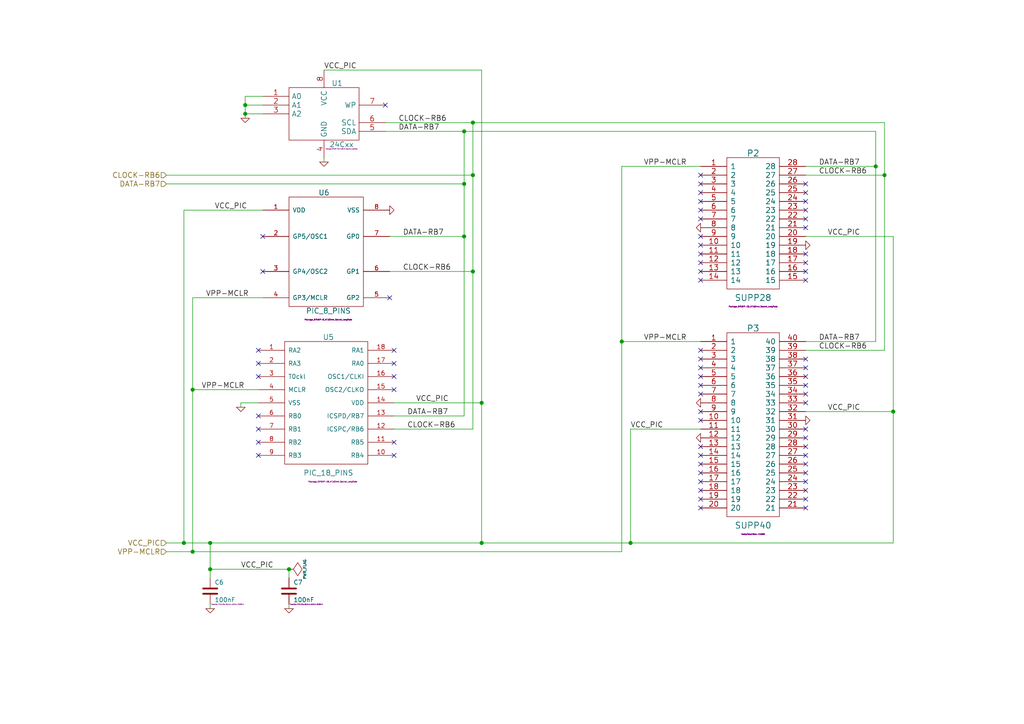
<source format=kicad_sch>
(kicad_sch (version 20210126) (generator eeschema)
  (paper "A4")
  (title_block (title "JDM - COM84 PIC Programmer with 13V DC/DC converter") (date "Sun 22 Mar 2015") (rev "3") (company "KiCad"))
  (lib_symbols
    (symbol "pic_programmer_schlib:24C16" (pin_names (offset 0.762))
      (property "Reference" "U" (at 3.81 8.89 0))
      (property "Value" "24C16" (at 5.08 -8.89 0))
      (symbol "24C16_0_0"
        (pin power_in line (at 0 -12.7 90) (length 5.08) (name "GND") (number "4"))
        (pin power_in line (at 0 12.7 270) (length 5.08) (name "VCC") (number "8"))
      )
      (symbol "24C16_1_1"
        (rectangle (start -10.16 -7.62) (end 10.16 7.62))
        (pin input line (at -17.78 5.08 0) (length 7.62) (name "A0") (number "1"))
        (pin input line (at -17.78 2.54 0) (length 7.62) (name "A1") (number "2"))
        (pin input line (at -17.78 0 0) (length 7.62) (name "A2") (number "3"))
        (pin bidirectional line (at 17.78 -5.08 180) (length 7.62) (name "SDA") (number "5"))
        (pin input line (at 17.78 -2.54 180) (length 7.62) (name "SCL") (number "6"))
        (pin input line (at 17.78 2.54 180) (length 7.62) (name "WP") (number "7"))
      )
    )
    (symbol "pic_programmer_schlib:C" (pin_numbers hide) (pin_names (offset 0.254))
      (property "Reference" "C" (at 0.635 2.54 0))
      (property "Value" "C" (at 0.635 -2.54 0))
      (symbol "C_0_1"
        (polyline (pts (xy -2.032 -0.762) (xy 2.032 -0.762)) (stroke (width 0.508)))
        (polyline (pts (xy -2.032 0.762) (xy 2.032 0.762)) (stroke (width 0.508)))
      )
      (symbol "C_1_1"
        (pin passive line (at 0 3.81 270) (length 2.794) (name "~") (number "1"))
        (pin passive line (at 0 -3.81 90) (length 2.794) (name "~") (number "2"))
      )
    )
    (symbol "pic_programmer_schlib:GND" (power) (pin_names (offset 0))
      (symbol "GND_0_1"
        (polyline (pts (xy -1.27 0) (xy 0 -1.27) (xy 1.27 0) (xy -1.27 0)))
      )
      (symbol "GND_1_1"
        (pin power_in line (at 0 0 90) (length 0) hide (name "GND") (number "1"))
      )
    )
    (symbol "pic_programmer_schlib:PIC12C508A" (pin_names (offset 1.016))
      (property "Reference" "U" (at 0 17.78 0))
      (property "Value" "PIC12C508A" (at 0 -16.51 0))
      (symbol "PIC12C508A_0_1"
        (rectangle (start 10.16 -15.24) (end -11.43 16.51))
      )
      (symbol "PIC12C508A_1_1"
        (pin power_in line (at -19.05 12.7 0) (length 7.62) (name "VDD") (number "1"))
        (pin input line (at -19.05 5.08 0) (length 7.62) (name "GP5/OSC1") (number "2"))
        (pin input line (at -19.05 -5.08 0) (length 7.62) (name "GP4/OSC2") (number "3"))
        (pin input line (at -19.05 -12.7 0) (length 7.62) (name "GP3/MCLR") (number "4"))
        (pin input line (at 17.78 -12.7 180) (length 7.62) (name "GP2") (number "5"))
        (pin input line (at 17.78 -5.08 180) (length 7.62) (name "GP1") (number "6"))
        (pin input line (at 17.78 5.08 180) (length 7.62) (name "GP0") (number "7"))
        (pin power_in line (at 17.78 12.7 180) (length 7.62) (name "VSS") (number "8"))
      )
      (symbol "PIC12C508A_1_2"
        (pin power_in line (at -19.05 12.7 0) (length 7.62) (name "VDD") (number "1"))
        (pin input line (at -19.05 5.08 0) (length 7.62) (name "GP5/OSC1") (number "2"))
        (pin input line (at -19.05 -5.08 0) (length 7.62) (name "GP4/OSC2") (number "3"))
        (pin input line (at -19.05 -12.7 0) (length 7.62) (name "GP3/MCLR") (number "4"))
        (pin input line (at 17.78 -12.7 180) (length 7.62) (name "GP2") (number "5"))
        (pin input line (at 17.78 -5.08 180) (length 7.62) (name "GP1") (number "6"))
        (pin input line (at 17.78 5.08 180) (length 7.62) (name "GP0") (number "7"))
        (pin power_in line (at 17.78 12.7 180) (length 7.62) (name "VSS") (number "8"))
      )
    )
    (symbol "pic_programmer_schlib:PIC16F54" (pin_names (offset 1.016))
      (property "Reference" "U?" (at 0 -19.05 0))
      (property "Value" "PIC16F54" (at 0 20.32 0))
      (symbol "PIC16F54_0_1"
        (rectangle (start -12.7 17.78) (end 11.43 -17.78))
      )
      (symbol "PIC16F54_1_1"
        (pin bidirectional line (at -20.32 15.24 0) (length 7.62) (name "RA2") (number "1"))
        (pin bidirectional line (at 19.05 -15.24 180) (length 7.62) (name "RB4") (number "10"))
        (pin bidirectional line (at 19.05 -11.43 180) (length 7.62) (name "RB5") (number "11"))
        (pin bidirectional line (at 19.05 -7.62 180) (length 7.62) (name "ICSPC/RB6") (number "12"))
        (pin bidirectional line (at 19.05 -3.81 180) (length 7.62) (name "ICSPD/RB7") (number "13"))
        (pin power_in line (at 19.05 0 180) (length 7.62) (name "VDD") (number "14"))
        (pin output line (at 19.05 3.81 180) (length 7.62) (name "OSC2/CLKO") (number "15"))
        (pin input line (at 19.05 7.62 180) (length 7.62) (name "OSC1/CLKI") (number "16"))
        (pin bidirectional line (at 19.05 11.43 180) (length 7.62) (name "RA0") (number "17"))
        (pin bidirectional line (at 19.05 15.24 180) (length 7.62) (name "RA1") (number "18"))
        (pin bidirectional line (at -20.32 11.43 0) (length 7.62) (name "RA3") (number "2"))
        (pin output line (at -20.32 7.62 0) (length 7.62) (name "T0ckl") (number "3"))
        (pin input line (at -20.32 3.81 0) (length 7.62) (name "MCLR") (number "4"))
        (pin power_in line (at -20.32 0 0) (length 7.62) (name "VSS") (number "5"))
        (pin bidirectional line (at -20.32 -3.81 0) (length 7.62) (name "RB0") (number "6"))
        (pin bidirectional line (at -20.32 -7.62 0) (length 7.62) (name "RB1") (number "7"))
        (pin bidirectional line (at -20.32 -11.43 0) (length 7.62) (name "RB2") (number "8"))
        (pin bidirectional line (at -20.32 -15.24 0) (length 7.62) (name "RB3") (number "9"))
      )
      (symbol "PIC16F54_1_2"
        (pin bidirectional line (at -20.32 15.24 0) (length 7.62) (name "RA2") (number "1"))
        (pin bidirectional line (at 19.05 -15.24 180) (length 7.62) (name "RB4") (number "10"))
        (pin bidirectional line (at 19.05 -11.43 180) (length 7.62) (name "RB5") (number "11"))
        (pin bidirectional line (at 19.05 -7.62 180) (length 7.62) (name "ICSPC/RB6") (number "12"))
        (pin bidirectional line (at 19.05 -3.81 180) (length 7.62) (name "ICSPD/RB7") (number "13"))
        (pin power_in line (at 19.05 0 180) (length 7.62) (name "VDD") (number "14"))
        (pin output line (at 19.05 3.81 180) (length 7.62) (name "OSC2/CLKO") (number "15"))
        (pin input line (at 19.05 7.62 180) (length 7.62) (name "OSC1/CLKI") (number "16"))
        (pin bidirectional line (at 19.05 11.43 180) (length 7.62) (name "RA0") (number "17"))
        (pin bidirectional line (at 19.05 15.24 180) (length 7.62) (name "RA1") (number "18"))
        (pin bidirectional line (at -20.32 11.43 0) (length 7.62) (name "RA3") (number "2"))
        (pin output line (at -20.32 7.62 0) (length 7.62) (name "T0ckl") (number "3"))
        (pin input line (at -20.32 3.81 0) (length 7.62) (name "MCLR") (number "4"))
        (pin power_in line (at -20.32 0 0) (length 7.62) (name "VSS") (number "5"))
        (pin bidirectional line (at -20.32 -3.81 0) (length 7.62) (name "RB0") (number "6"))
        (pin bidirectional line (at -20.32 -7.62 0) (length 7.62) (name "RB1") (number "7"))
        (pin bidirectional line (at -20.32 -11.43 0) (length 7.62) (name "RB2") (number "8"))
        (pin bidirectional line (at -20.32 -15.24 0) (length 7.62) (name "RB3") (number "9"))
      )
    )
    (symbol "pic_programmer_schlib:PWR_FLAG" (power) (pin_numbers hide) (pin_names (offset 0) hide)
      (property "Value" "PWR_FLAG" (at 0 4.572 0))
      (symbol "PWR_FLAG_0_0"
        (pin power_out line (at 0 0 90) (length 0) (name "pwr") (number "1"))
      )
      (symbol "PWR_FLAG_0_1"
        (polyline (pts (xy 0 0) (xy 0 1.27) (xy -1.905 2.54) (xy 0 3.81) (xy 1.905 2.54) (xy 0 1.27)))
      )
    )
    (symbol "pic_programmer_schlib:SUPP28" (pin_names (offset 1.016))
      (property "Reference" "J" (at 0 2.54 0))
      (property "Value" "SUPP28" (at 0 -2.54 0))
      (symbol "SUPP28_0_1"
        (rectangle (start -7.62 -19.05) (end 7.62 19.05))
      )
      (symbol "SUPP28_1_1"
        (pin passive line (at -15.24 16.51 0) (length 7.62) (name "1") (number "1"))
        (pin passive line (at -15.24 -6.35 0) (length 7.62) (name "10") (number "10"))
        (pin passive line (at -15.24 -8.89 0) (length 7.62) (name "11") (number "11"))
        (pin passive line (at -15.24 -11.43 0) (length 7.62) (name "12") (number "12"))
        (pin passive line (at -15.24 -13.97 0) (length 7.62) (name "13") (number "13"))
        (pin passive line (at -15.24 -16.51 0) (length 7.62) (name "14") (number "14"))
        (pin passive line (at 15.24 -16.51 180) (length 7.62) (name "15") (number "15"))
        (pin passive line (at 15.24 -13.97 180) (length 7.62) (name "16") (number "16"))
        (pin passive line (at 15.24 -11.43 180) (length 7.62) (name "17") (number "17"))
        (pin passive line (at 15.24 -8.89 180) (length 7.62) (name "18") (number "18"))
        (pin passive line (at 15.24 -6.35 180) (length 7.62) (name "19") (number "19"))
        (pin passive line (at -15.24 13.97 0) (length 7.62) (name "2") (number "2"))
        (pin passive line (at 15.24 -3.81 180) (length 7.62) (name "20") (number "20"))
        (pin passive line (at 15.24 -1.27 180) (length 7.62) (name "21") (number "21"))
        (pin passive line (at 15.24 1.27 180) (length 7.62) (name "22") (number "22"))
        (pin passive line (at 15.24 3.81 180) (length 7.62) (name "23") (number "23"))
        (pin passive line (at 15.24 6.35 180) (length 7.62) (name "24") (number "24"))
        (pin passive line (at 15.24 8.89 180) (length 7.62) (name "25") (number "25"))
        (pin passive line (at 15.24 11.43 180) (length 7.62) (name "26") (number "26"))
        (pin passive line (at 15.24 13.97 180) (length 7.62) (name "27") (number "27"))
        (pin passive line (at 15.24 16.51 180) (length 7.62) (name "28") (number "28"))
        (pin passive line (at -15.24 11.43 0) (length 7.62) (name "3") (number "3"))
        (pin passive line (at -15.24 8.89 0) (length 7.62) (name "4") (number "4"))
        (pin passive line (at -15.24 6.35 0) (length 7.62) (name "5") (number "5"))
        (pin passive line (at -15.24 3.81 0) (length 7.62) (name "6") (number "6"))
        (pin passive line (at -15.24 1.27 0) (length 7.62) (name "7") (number "7"))
        (pin passive line (at -15.24 -1.27 0) (length 7.62) (name "8") (number "8"))
        (pin passive line (at -15.24 -3.81 0) (length 7.62) (name "9") (number "9"))
      )
    )
    (symbol "pic_programmer_schlib:SUPP40" (pin_names (offset 1.016))
      (property "Reference" "P" (at 0 27.94 0))
      (property "Value" "SUPP40" (at 0 -27.94 0))
      (symbol "SUPP40_0_1"
        (rectangle (start -7.62 -26.67) (end 7.62 26.67))
      )
      (symbol "SUPP40_1_1"
        (pin passive line (at -15.24 24.13 0) (length 7.62) (name "1") (number "1"))
        (pin passive line (at -15.24 1.27 0) (length 7.62) (name "10") (number "10"))
        (pin passive line (at -15.24 -1.27 0) (length 7.62) (name "11") (number "11"))
        (pin passive line (at -15.24 -3.81 0) (length 7.62) (name "12") (number "12"))
        (pin passive line (at -15.24 -6.35 0) (length 7.62) (name "13") (number "13"))
        (pin passive line (at -15.24 -8.89 0) (length 7.62) (name "14") (number "14"))
        (pin passive line (at -15.24 -11.43 0) (length 7.62) (name "15") (number "15"))
        (pin passive line (at -15.24 -13.97 0) (length 7.62) (name "16") (number "16"))
        (pin passive line (at -15.24 -16.51 0) (length 7.62) (name "17") (number "17"))
        (pin passive line (at -15.24 -19.05 0) (length 7.62) (name "18") (number "18"))
        (pin passive line (at -15.24 -21.59 0) (length 7.62) (name "19") (number "19"))
        (pin passive line (at -15.24 21.59 0) (length 7.62) (name "2") (number "2"))
        (pin passive line (at -15.24 -24.13 0) (length 7.62) (name "20") (number "20"))
        (pin passive line (at 15.24 -24.13 180) (length 7.62) (name "21") (number "21"))
        (pin passive line (at 15.24 -21.59 180) (length 7.62) (name "22") (number "22"))
        (pin passive line (at 15.24 -19.05 180) (length 7.62) (name "23") (number "23"))
        (pin passive line (at 15.24 -16.51 180) (length 7.62) (name "24") (number "24"))
        (pin passive line (at 15.24 -13.97 180) (length 7.62) (name "25") (number "25"))
        (pin passive line (at 15.24 -11.43 180) (length 7.62) (name "26") (number "26"))
        (pin passive line (at 15.24 -8.89 180) (length 7.62) (name "27") (number "27"))
        (pin passive line (at 15.24 -6.35 180) (length 7.62) (name "28") (number "28"))
        (pin passive line (at 15.24 -3.81 180) (length 7.62) (name "29") (number "29"))
        (pin passive line (at -15.24 19.05 0) (length 7.62) (name "3") (number "3"))
        (pin passive line (at 15.24 -1.27 180) (length 7.62) (name "30") (number "30"))
        (pin passive line (at 15.24 1.27 180) (length 7.62) (name "31") (number "31"))
        (pin passive line (at 15.24 3.81 180) (length 7.62) (name "32") (number "32"))
        (pin passive line (at 15.24 6.35 180) (length 7.62) (name "33") (number "33"))
        (pin passive line (at 15.24 8.89 180) (length 7.62) (name "34") (number "34"))
        (pin passive line (at 15.24 11.43 180) (length 7.62) (name "35") (number "35"))
        (pin passive line (at 15.24 13.97 180) (length 7.62) (name "36") (number "36"))
        (pin passive line (at 15.24 16.51 180) (length 7.62) (name "37") (number "37"))
        (pin passive line (at 15.24 19.05 180) (length 7.62) (name "38") (number "38"))
        (pin passive line (at 15.24 21.59 180) (length 7.62) (name "39") (number "39"))
        (pin passive line (at -15.24 16.51 0) (length 7.62) (name "4") (number "4"))
        (pin passive line (at 15.24 24.13 180) (length 7.62) (name "40") (number "40"))
        (pin passive line (at -15.24 13.97 0) (length 7.62) (name "5") (number "5"))
        (pin passive line (at -15.24 11.43 0) (length 7.62) (name "6") (number "6"))
        (pin passive line (at -15.24 8.89 0) (length 7.62) (name "7") (number "7"))
        (pin passive line (at -15.24 6.35 0) (length 7.62) (name "8") (number "8"))
        (pin passive line (at -15.24 3.81 0) (length 7.62) (name "9") (number "9"))
      )
    )
  )
  (junction (at 53.34 157.48) (diameter 1.016))
  (junction (at 55.88 113.03) (diameter 1.016))
  (junction (at 55.88 160.02) (diameter 1.016))
  (junction (at 60.96 157.48) (diameter 1.016))
  (junction (at 60.96 165.1) (diameter 1.016))
  (junction (at 71.12 30.48) (diameter 1.016))
  (junction (at 71.12 33.02) (diameter 1.016))
  (junction (at 83.82 165.1) (diameter 1.016))
  (junction (at 134.62 38.1) (diameter 1.016))
  (junction (at 134.62 53.34) (diameter 1.016))
  (junction (at 134.62 68.58) (diameter 1.016))
  (junction (at 137.16 35.56) (diameter 1.016))
  (junction (at 137.16 50.8) (diameter 1.016))
  (junction (at 137.16 78.74) (diameter 1.016))
  (junction (at 139.7 116.84) (diameter 1.016))
  (junction (at 139.7 157.48) (diameter 1.016))
  (junction (at 180.34 99.06) (diameter 1.016))
  (junction (at 182.88 157.48) (diameter 1.016))
  (junction (at 254 48.26) (diameter 1.016))
  (junction (at 256.54 50.8) (diameter 1.016))
  (junction (at 259.08 119.38) (diameter 1.016))
  (no_connect (at 74.93 101.6))
  (no_connect (at 74.93 105.41))
  (no_connect (at 74.93 109.22))
  (no_connect (at 74.93 120.65))
  (no_connect (at 74.93 124.46))
  (no_connect (at 74.93 128.27))
  (no_connect (at 74.93 132.08))
  (no_connect (at 76.2 68.58))
  (no_connect (at 76.2 78.74))
  (no_connect (at 111.76 30.48))
  (no_connect (at 113.03 86.36))
  (no_connect (at 114.3 101.6))
  (no_connect (at 114.3 105.41))
  (no_connect (at 114.3 109.22))
  (no_connect (at 114.3 113.03))
  (no_connect (at 114.3 128.27))
  (no_connect (at 114.3 132.08))
  (no_connect (at 203.2 50.8))
  (no_connect (at 203.2 53.34))
  (no_connect (at 203.2 55.88))
  (no_connect (at 203.2 58.42))
  (no_connect (at 203.2 60.96))
  (no_connect (at 203.2 63.5))
  (no_connect (at 203.2 68.58))
  (no_connect (at 203.2 71.12))
  (no_connect (at 203.2 73.66))
  (no_connect (at 203.2 76.2))
  (no_connect (at 203.2 78.74))
  (no_connect (at 203.2 81.28))
  (no_connect (at 203.2 101.6))
  (no_connect (at 203.2 104.14))
  (no_connect (at 203.2 106.68))
  (no_connect (at 203.2 109.22))
  (no_connect (at 203.2 111.76))
  (no_connect (at 203.2 114.3))
  (no_connect (at 203.2 119.38))
  (no_connect (at 203.2 121.92))
  (no_connect (at 203.2 129.54))
  (no_connect (at 203.2 132.08))
  (no_connect (at 203.2 134.62))
  (no_connect (at 203.2 137.16))
  (no_connect (at 203.2 139.7))
  (no_connect (at 203.2 142.24))
  (no_connect (at 203.2 144.78))
  (no_connect (at 203.2 147.32))
  (no_connect (at 233.68 53.34))
  (no_connect (at 233.68 55.88))
  (no_connect (at 233.68 58.42))
  (no_connect (at 233.68 60.96))
  (no_connect (at 233.68 63.5))
  (no_connect (at 233.68 66.04))
  (no_connect (at 233.68 73.66))
  (no_connect (at 233.68 76.2))
  (no_connect (at 233.68 78.74))
  (no_connect (at 233.68 81.28))
  (no_connect (at 233.68 104.14))
  (no_connect (at 233.68 106.68))
  (no_connect (at 233.68 109.22))
  (no_connect (at 233.68 111.76))
  (no_connect (at 233.68 114.3))
  (no_connect (at 233.68 116.84))
  (no_connect (at 233.68 124.46))
  (no_connect (at 233.68 127))
  (no_connect (at 233.68 129.54))
  (no_connect (at 233.68 132.08))
  (no_connect (at 233.68 134.62))
  (no_connect (at 233.68 137.16))
  (no_connect (at 233.68 139.7))
  (no_connect (at 233.68 142.24))
  (no_connect (at 233.68 144.78))
  (no_connect (at 233.68 147.32))
  (wire (pts (xy 48.26 50.8) (xy 137.16 50.8)))
  (wire (pts (xy 48.26 53.34) (xy 134.62 53.34)))
  (wire (pts (xy 48.26 157.48) (xy 53.34 157.48)))
  (wire (pts (xy 53.34 60.96) (xy 53.34 157.48)))
  (wire (pts (xy 53.34 60.96) (xy 76.2 60.96)))
  (wire (pts (xy 53.34 157.48) (xy 60.96 157.48)))
  (wire (pts (xy 55.88 86.36) (xy 55.88 113.03)))
  (wire (pts (xy 55.88 113.03) (xy 55.88 160.02)))
  (wire (pts (xy 55.88 113.03) (xy 74.93 113.03)))
  (wire (pts (xy 55.88 160.02) (xy 48.26 160.02)))
  (wire (pts (xy 60.96 157.48) (xy 60.96 165.1)))
  (wire (pts (xy 60.96 157.48) (xy 139.7 157.48)))
  (wire (pts (xy 60.96 165.1) (xy 60.96 167.64)))
  (wire (pts (xy 60.96 175.26) (xy 60.96 176.53)))
  (wire (pts (xy 69.85 116.84) (xy 69.85 118.11)))
  (wire (pts (xy 71.12 27.94) (xy 71.12 30.48)))
  (wire (pts (xy 71.12 27.94) (xy 76.2 27.94)))
  (wire (pts (xy 71.12 30.48) (xy 71.12 33.02)))
  (wire (pts (xy 71.12 30.48) (xy 76.2 30.48)))
  (wire (pts (xy 71.12 33.02) (xy 71.12 34.29)))
  (wire (pts (xy 74.93 116.84) (xy 69.85 116.84)))
  (wire (pts (xy 76.2 33.02) (xy 71.12 33.02)))
  (wire (pts (xy 76.2 86.36) (xy 55.88 86.36)))
  (wire (pts (xy 83.82 165.1) (xy 60.96 165.1)))
  (wire (pts (xy 83.82 167.64) (xy 83.82 165.1)))
  (wire (pts (xy 83.82 175.26) (xy 83.82 176.53)))
  (wire (pts (xy 93.98 46.99) (xy 93.98 45.72)))
  (wire (pts (xy 111.76 35.56) (xy 137.16 35.56)))
  (wire (pts (xy 111.76 38.1) (xy 134.62 38.1)))
  (wire (pts (xy 134.62 38.1) (xy 134.62 53.34)))
  (wire (pts (xy 134.62 38.1) (xy 254 38.1)))
  (wire (pts (xy 134.62 53.34) (xy 134.62 68.58)))
  (wire (pts (xy 134.62 68.58) (xy 113.03 68.58)))
  (wire (pts (xy 134.62 68.58) (xy 134.62 120.65)))
  (wire (pts (xy 134.62 120.65) (xy 114.3 120.65)))
  (wire (pts (xy 137.16 35.56) (xy 137.16 50.8)))
  (wire (pts (xy 137.16 35.56) (xy 256.54 35.56)))
  (wire (pts (xy 137.16 50.8) (xy 137.16 78.74)))
  (wire (pts (xy 137.16 78.74) (xy 113.03 78.74)))
  (wire (pts (xy 137.16 78.74) (xy 137.16 124.46)))
  (wire (pts (xy 137.16 124.46) (xy 114.3 124.46)))
  (wire (pts (xy 139.7 20.32) (xy 93.98 20.32)))
  (wire (pts (xy 139.7 116.84) (xy 114.3 116.84)))
  (wire (pts (xy 139.7 116.84) (xy 139.7 20.32)))
  (wire (pts (xy 139.7 157.48) (xy 139.7 116.84)))
  (wire (pts (xy 139.7 157.48) (xy 182.88 157.48)))
  (wire (pts (xy 180.34 48.26) (xy 180.34 99.06)))
  (wire (pts (xy 180.34 48.26) (xy 203.2 48.26)))
  (wire (pts (xy 180.34 99.06) (xy 180.34 160.02)))
  (wire (pts (xy 180.34 99.06) (xy 203.2 99.06)))
  (wire (pts (xy 180.34 160.02) (xy 55.88 160.02)))
  (wire (pts (xy 182.88 124.46) (xy 182.88 157.48)))
  (wire (pts (xy 182.88 157.48) (xy 259.08 157.48)))
  (wire (pts (xy 203.2 124.46) (xy 182.88 124.46)))
  (wire (pts (xy 233.68 48.26) (xy 254 48.26)))
  (wire (pts (xy 233.68 50.8) (xy 256.54 50.8)))
  (wire (pts (xy 254 38.1) (xy 254 48.26)))
  (wire (pts (xy 254 48.26) (xy 254 99.06)))
  (wire (pts (xy 254 99.06) (xy 233.68 99.06)))
  (wire (pts (xy 256.54 35.56) (xy 256.54 50.8)))
  (wire (pts (xy 256.54 50.8) (xy 256.54 101.6)))
  (wire (pts (xy 256.54 101.6) (xy 233.68 101.6)))
  (wire (pts (xy 259.08 68.58) (xy 233.68 68.58)))
  (wire (pts (xy 259.08 119.38) (xy 233.68 119.38)))
  (wire (pts (xy 259.08 119.38) (xy 259.08 68.58)))
  (wire (pts (xy 259.08 157.48) (xy 259.08 119.38)))
  (label "VPP-MCLR" (at 58.42 113.03 0) (effects (font (size 1.524 1.524))))
  (label "VPP-MCLR" (at 59.69 86.36 0) (effects (font (size 1.524 1.524))))
  (label "VCC_PIC" (at 62.23 60.96 0) (effects (font (size 1.524 1.524))))
  (label "VCC_PIC" (at 69.85 165.1 0) (effects (font (size 1.524 1.524))))
  (label "VCC_PIC" (at 93.98 20.32 0) (effects (font (size 1.524 1.524))))
  (label "CLOCK-RB6" (at 115.57 35.56 0) (effects (font (size 1.524 1.524))))
  (label "DATA-RB7" (at 115.57 38.1 0) (effects (font (size 1.524 1.524))))
  (label "DATA-RB7" (at 116.84 68.58 0) (effects (font (size 1.524 1.524))))
  (label "CLOCK-RB6" (at 116.84 78.74 0) (effects (font (size 1.524 1.524))))
  (label "DATA-RB7" (at 118.11 120.65 0) (effects (font (size 1.524 1.524))))
  (label "CLOCK-RB6" (at 118.11 124.46 0) (effects (font (size 1.524 1.524))))
  (label "VCC_PIC" (at 120.65 116.84 0) (effects (font (size 1.524 1.524))))
  (label "VCC_PIC" (at 182.88 124.46 0) (effects (font (size 1.524 1.524))))
  (label "VPP-MCLR" (at 186.69 48.26 0) (effects (font (size 1.524 1.524))))
  (label "VPP-MCLR" (at 186.69 99.06 0) (effects (font (size 1.524 1.524))))
  (label "DATA-RB7" (at 237.49 48.26 0) (effects (font (size 1.524 1.524))))
  (label "CLOCK-RB6" (at 237.49 50.8 0) (effects (font (size 1.524 1.524))))
  (label "DATA-RB7" (at 237.49 99.06 0) (effects (font (size 1.524 1.524))))
  (label "CLOCK-RB6" (at 237.49 101.6 0) (effects (font (size 1.524 1.524))))
  (label "VCC_PIC" (at 240.03 68.58 0) (effects (font (size 1.524 1.524))))
  (label "VCC_PIC" (at 240.03 119.38 0) (effects (font (size 1.524 1.524))))
  (hierarchical_label "CLOCK-RB6" (shape input) (at 48.26 50.8 180) (effects (font (size 1.524 1.524))))
  (hierarchical_label "DATA-RB7" (shape input) (at 48.26 53.34 180) (effects (font (size 1.524 1.524))))
  (hierarchical_label "VCC_PIC" (shape input) (at 48.26 157.48 180) (effects (font (size 1.524 1.524))))
  (hierarchical_label "VPP-MCLR" (shape input) (at 48.26 160.02 180) (effects (font (size 1.524 1.524))))
  (symbol (lib_id "pic_programmer_schlib:GND") (at 60.96 176.53 0) (unit 1)
    (property "Reference" "#PWR041" (effects hide))
    (property "Value" "GND" (effects hide))
  )
  (symbol (lib_id "pic_programmer_schlib:GND") (at 69.85 118.11 0) (unit 1)
    (property "Reference" "#PWR044" (effects hide))
    (property "Value" "GND" (effects hide))
  )
  (symbol (lib_id "pic_programmer_schlib:GND") (at 71.12 34.29 0) (unit 1)
    (property "Reference" "#PWR043" (effects hide))
    (property "Value" "GND" (effects hide))
  )
  (symbol (lib_id "pic_programmer_schlib:GND") (at 83.82 176.53 0) (unit 1)
    (property "Reference" "#PWR040" (effects hide))
    (property "Value" "GND" (effects hide))
  )
  (symbol (lib_id "pic_programmer_schlib:GND") (at 93.98 46.99 0) (unit 1)
    (property "Reference" "#PWR046" (effects hide))
    (property "Value" "GND" (effects hide))
  )
  (symbol (lib_id "pic_programmer_schlib:GND") (at 113.03 60.96 90) (unit 1)
    (property "Reference" "#PWR045" (effects hide))
    (property "Value" "GND" (effects hide))
  )
  (symbol (lib_id "pic_programmer_schlib:GND") (at 203.2 66.04 270) (unit 1)
    (property "Reference" "#PWR039" (effects hide))
    (property "Value" "GND" (effects hide))
  )
  (symbol (lib_id "pic_programmer_schlib:GND") (at 203.2 116.84 270) (unit 1)
    (property "Reference" "#PWR037" (effects hide))
    (property "Value" "GND" (effects hide))
  )
  (symbol (lib_id "pic_programmer_schlib:GND") (at 203.2 127 270) (unit 1)
    (property "Reference" "#PWR036" (effects hide))
    (property "Value" "GND" (effects hide))
  )
  (symbol (lib_id "pic_programmer_schlib:GND") (at 233.68 71.12 90) (unit 1)
    (property "Reference" "#PWR038" (effects hide))
    (property "Value" "GND" (effects hide))
  )
  (symbol (lib_id "pic_programmer_schlib:GND") (at 233.68 121.92 90) (unit 1)
    (property "Reference" "#PWR042" (effects hide))
    (property "Value" "GND" (effects hide))
  )
  (symbol (lib_id "pic_programmer_schlib:PWR_FLAG") (at 83.82 165.1 270) (unit 1)
    (property "Reference" "#FLG047" (effects hide))
    (property "Value" "PWR_FLAG" (at 88.392 165.1 0) (effects (font (size 0.762 0.762))))
  )
  (symbol (lib_id "pic_programmer_schlib:C") (at 60.96 171.45 0) (unit 1)
    (property "Reference" "C6" (at 62.23 168.91 0) (effects (justify left)))
    (property "Value" "100nF" (at 62.23 173.99 0) (effects (justify left)))
    (property "Footprint" "Capacitor_THT:C_Disc_D5.1mm_W3.2mm_P5.00mm" (at 66.04 175.26 0) (effects (font (size 0.254 0.254))))
  )
  (symbol (lib_id "pic_programmer_schlib:C") (at 83.82 171.45 0) (unit 1)
    (property "Reference" "C7" (at 85.09 168.91 0) (effects (justify left)))
    (property "Value" "100nF" (at 85.09 173.99 0) (effects (justify left)))
    (property "Footprint" "Capacitor_THT:C_Disc_D5.1mm_W3.2mm_P5.00mm" (at 88.9 175.26 0) (effects (font (size 0.254 0.254))))
  )
  (symbol (lib_id "pic_programmer_schlib:24C16") (at 93.98 33.02 0) (unit 1)
    (property "Reference" "U1" (at 97.79 24.13 0) (effects (font (size 1.524 1.524))))
    (property "Value" "24Cxx" (at 99.06 41.91 0) (effects (font (size 1.524 1.524))))
    (property "Footprint" "Package_DIP:DIP-8_W7.62mm_Socket_LongPads" (at 99.06 43.18 0) (effects (font (size 0.254 0.254))))
  )
  (symbol (lib_id "pic_programmer_schlib:SUPP28") (at 218.44 64.77 0) (unit 1)
    (property "Reference" "P2" (at 218.44 44.45 0) (effects (font (size 1.778 1.778))))
    (property "Value" "SUPP28" (at 218.44 86.36 0) (effects (font (size 1.778 1.778))))
    (property "Footprint" "Package_DIP:DIP-28_W7.62mm_Socket_LongPads" (at 218.44 88.9 0) (effects (font (size 0.381 0.381))))
  )
  (symbol (lib_id "pic_programmer_schlib:PIC12C508A") (at 95.25 73.66 0) (unit 1)
    (property "Reference" "U6" (at 93.98 55.88 0) (effects (font (size 1.524 1.524))))
    (property "Value" "PIC_8_PINS" (at 95.25 90.17 0) (effects (font (size 1.524 1.524))))
    (property "Footprint" "Package_DIP:DIP-8_W7.62mm_Socket_LongPads" (at 95.25 92.71 0) (effects (font (size 0.381 0.381))))
  )
  (symbol (lib_id "pic_programmer_schlib:PIC16F54") (at 95.25 116.84 0) (unit 1)
    (property "Reference" "U5" (at 95.25 97.79 0) (effects (font (size 1.524 1.524))))
    (property "Value" "PIC_18_PINS" (at 95.25 137.16 0) (effects (font (size 1.524 1.524))))
    (property "Footprint" "Package_DIP:DIP-18_W7.62mm_Socket_LongPads" (at 96.52 139.7 0) (effects (font (size 0.381 0.381))))
  )
  (symbol (lib_id "pic_programmer_schlib:SUPP40") (at 218.44 123.19 0) (unit 1)
    (property "Reference" "P3" (at 218.44 95.25 0) (effects (font (size 1.778 1.778))))
    (property "Value" "SUPP40" (at 218.44 152.4 0) (effects (font (size 1.778 1.778))))
    (property "Footprint" "footprints:40tex-Ell600" (at 218.44 154.94 0) (effects (font (size 0.381 0.381))))
  )
)
</source>
